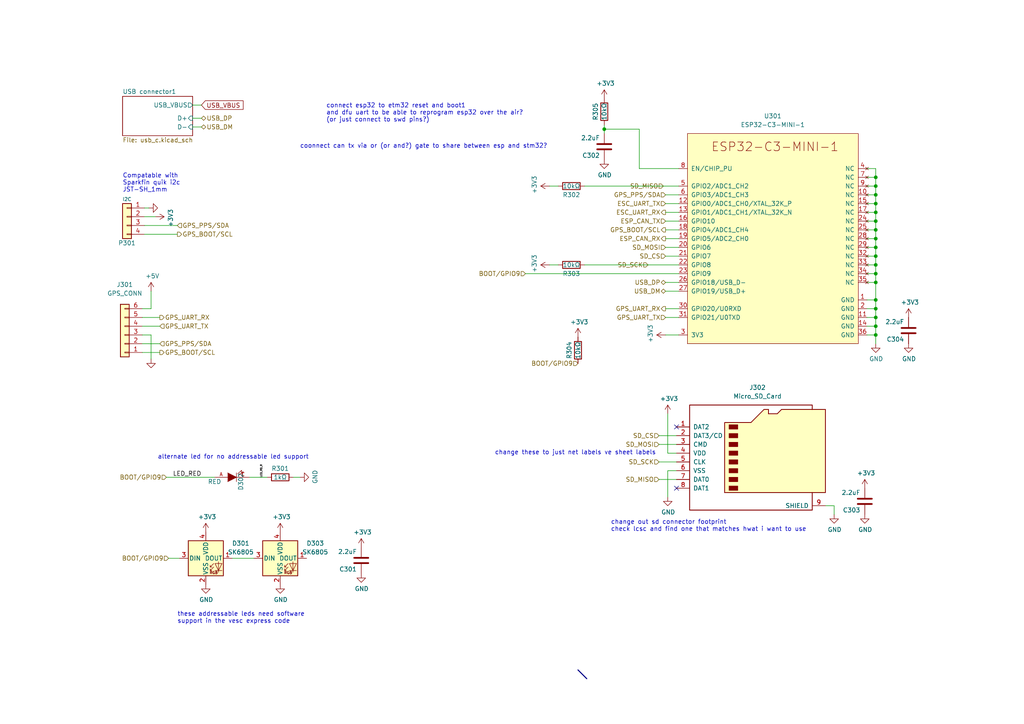
<source format=kicad_sch>
(kicad_sch (version 20230121) (generator eeschema)
  (paper "A4")
  (title_block (title "Moxie-Drive 24, vesc compatable motor controller") (date "2020-07-01") (rev "1.0") (company "Marshall Scholz"))
  (lib_symbols
    (symbol "24_control_board-rescue:+3.3V-power-MoxiE_Control_board-rescue" (power) (pin_names (offset 0))
      (property "Value" "+3.3V-power-MoxiE_Control_board-rescue" (at 0 3.556 0))
      (symbol "+3.3V-power-MoxiE_Control_board-rescue_0_1"
        (polyline (pts (xy -0.762 1.27) (xy 0 2.54)))
        (polyline (pts (xy 0 0) (xy 0 2.54)))
        (polyline (pts (xy 0 2.54) (xy 0.762 1.27)))
      )
      (symbol "+3.3V-power-MoxiE_Control_board-rescue_1_1"
        (pin power_in line (at 0 0 90) (length 0) hide (name "+3V3") (number "1"))
      )
    )
    (symbol "24_control_board-rescue:Conn_01x04-Connector_Generic-MoxiE_Control_board-rescue" (pin_names hide)
      (property "Reference" "J" (at 0 5.08 0))
      (property "Value" "Conn_01x04-Connector_Generic-MoxiE_Control_board-rescue" (at 0 -7.62 0))
      (symbol "Conn_01x04-Connector_Generic-MoxiE_Control_board-rescue_1_1"
        (rectangle (start -1.27 -4.953) (end 0 -5.207) (stroke (width 0.1524)))
        (rectangle (start -1.27 -2.413) (end 0 -2.667) (stroke (width 0.1524)))
        (rectangle (start -1.27 0.127) (end 0 -0.127) (stroke (width 0.1524)))
        (rectangle (start -1.27 2.667) (end 0 2.413) (stroke (width 0.1524)))
        (rectangle (start -1.27 3.81) (end 1.27 -6.35) (stroke (width 0.254)) (fill (type background)))
        (pin passive line (at -5.08 2.54 0) (length 3.81) (name "Pin_1") (number "1"))
        (pin passive line (at -5.08 0 0) (length 3.81) (name "Pin_2") (number "2"))
        (pin passive line (at -5.08 -2.54 0) (length 3.81) (name "Pin_3") (number "3"))
        (pin passive line (at -5.08 -5.08 0) (length 3.81) (name "Pin_4") (number "4"))
      )
    )
    (symbol "24_control_board-rescue:GND-power-MoxiE_Control_board-rescue" (power) (pin_names (offset 0))
      (property "Value" "GND-power-MoxiE_Control_board-rescue" (at 0 -3.81 0))
      (symbol "GND-power-MoxiE_Control_board-rescue_0_1"
        (polyline (pts (xy 0 0) (xy 0 -1.27) (xy 1.27 -1.27) (xy 0 -2.54) (xy -1.27 -1.27) (xy 0 -1.27)))
      )
      (symbol "GND-power-MoxiE_Control_board-rescue_1_1"
        (pin power_in line (at 0 0 270) (length 0) hide (name "GND") (number "1"))
      )
    )
    (symbol "24_control_board-rescue:R-Device-MoxiE_Control_board-rescue" (pin_numbers hide) (pin_names (offset 0))
      (property "Reference" "R" (at 2.032 0 90))
      (property "Value" "R-Device-MoxiE_Control_board-rescue" (at 0 0 90))
      (symbol "R-Device-MoxiE_Control_board-rescue_0_1"
        (rectangle (start -1.016 -2.54) (end 1.016 2.54) (stroke (width 0.254)))
      )
      (symbol "R-Device-MoxiE_Control_board-rescue_1_1"
        (pin passive line (at 0 3.81 270) (length 1.27) (name "~") (number "1"))
        (pin passive line (at 0 -3.81 90) (length 1.27) (name "~") (number "2"))
      )
    )
    (symbol "24_control_board-rescue:pkl_LED-pkl_device" (pin_names hide)
      (property "Reference" "D" (at 0 2.54 0))
      (property "Value" "pkl_LED-pkl_device" (at 0 -2.54 0))
      (symbol "pkl_LED-pkl_device_0_1"
        (polyline (pts (xy 1.27 1.27) (xy 1.27 -1.27)))
        (polyline (pts (xy -1.27 1.27) (xy 1.27 0) (xy -1.27 -1.27)) (fill (type outline)))
        (polyline (pts (xy 1.651 -1.016) (xy 2.794 -2.032) (xy 2.667 -1.397)))
        (polyline (pts (xy 2.032 -0.635) (xy 3.175 -1.651) (xy 3.048 -1.016)))
      )
      (symbol "pkl_LED-pkl_device_1_1"
        (pin passive line (at -5.08 0 0) (length 3.81) (name "A") (number "A"))
        (pin passive line (at 5.08 0 180) (length 3.81) (name "C") (number "C"))
      )
    )
    (symbol "Connector:Micro_SD_Card" (pin_names (offset 1.016))
      (property "Reference" "J" (at -16.51 15.24 0))
      (property "Value" "Micro_SD_Card" (at 16.51 15.24 0))
      (symbol "Micro_SD_Card_0_1"
        (rectangle (start -7.62 -9.525) (end -5.08 -10.795) (fill (type outline)))
        (rectangle (start -7.62 -6.985) (end -5.08 -8.255) (fill (type outline)))
        (rectangle (start -7.62 -4.445) (end -5.08 -5.715) (fill (type outline)))
        (rectangle (start -7.62 -1.905) (end -5.08 -3.175) (fill (type outline)))
        (rectangle (start -7.62 0.635) (end -5.08 -0.635) (fill (type outline)))
        (rectangle (start -7.62 3.175) (end -5.08 1.905) (fill (type outline)))
        (rectangle (start -7.62 5.715) (end -5.08 4.445) (fill (type outline)))
        (rectangle (start -7.62 8.255) (end -5.08 6.985) (fill (type outline)))
        (polyline (pts (xy 16.51 12.7) (xy 16.51 13.97) (xy -19.05 13.97) (xy -19.05 -16.51) (xy 16.51 -16.51) (xy 16.51 -11.43)) (stroke (width 0.254)))
        (polyline (pts (xy -8.89 -11.43) (xy -8.89 8.89) (xy -1.27 8.89) (xy 2.54 12.7) (xy 3.81 12.7) (xy 3.81 11.43) (xy 6.35 11.43) (xy 7.62 12.7) (xy 20.32 12.7) (xy 20.32 -11.43) (xy -8.89 -11.43)) (stroke (width 0.254)) (fill (type background)))
      )
      (symbol "Micro_SD_Card_1_1"
        (pin bidirectional line (at -22.86 7.62 0) (length 3.81) (name "DAT2") (number "1"))
        (pin bidirectional line (at -22.86 5.08 0) (length 3.81) (name "DAT3/CD") (number "2"))
        (pin input line (at -22.86 2.54 0) (length 3.81) (name "CMD") (number "3"))
        (pin power_in line (at -22.86 0 0) (length 3.81) (name "VDD") (number "4"))
        (pin input line (at -22.86 -2.54 0) (length 3.81) (name "CLK") (number "5"))
        (pin power_in line (at -22.86 -5.08 0) (length 3.81) (name "VSS") (number "6"))
        (pin bidirectional line (at -22.86 -7.62 0) (length 3.81) (name "DAT0") (number "7"))
        (pin bidirectional line (at -22.86 -10.16 0) (length 3.81) (name "DAT1") (number "8"))
        (pin passive line (at 20.32 -15.24 180) (length 3.81) (name "SHIELD") (number "9"))
      )
    )
    (symbol "Connector_Generic:Conn_01x06" (pin_names (offset 1.016) hide)
      (property "Reference" "J" (at 0 7.62 0))
      (property "Value" "Conn_01x06" (at 0 -10.16 0))
      (symbol "Conn_01x06_1_1"
        (rectangle (start -1.27 -7.493) (end 0 -7.747) (stroke (width 0.1524)))
        (rectangle (start -1.27 -4.953) (end 0 -5.207) (stroke (width 0.1524)))
        (rectangle (start -1.27 -2.413) (end 0 -2.667) (stroke (width 0.1524)))
        (rectangle (start -1.27 0.127) (end 0 -0.127) (stroke (width 0.1524)))
        (rectangle (start -1.27 2.667) (end 0 2.413) (stroke (width 0.1524)))
        (rectangle (start -1.27 5.207) (end 0 4.953) (stroke (width 0.1524)))
        (rectangle (start -1.27 6.35) (end 1.27 -8.89) (stroke (width 0.254)) (fill (type background)))
        (pin passive line (at -5.08 5.08 0) (length 3.81) (name "Pin_1") (number "1"))
        (pin passive line (at -5.08 2.54 0) (length 3.81) (name "Pin_2") (number "2"))
        (pin passive line (at -5.08 0 0) (length 3.81) (name "Pin_3") (number "3"))
        (pin passive line (at -5.08 -2.54 0) (length 3.81) (name "Pin_4") (number "4"))
        (pin passive line (at -5.08 -5.08 0) (length 3.81) (name "Pin_5") (number "5"))
        (pin passive line (at -5.08 -7.62 0) (length 3.81) (name "Pin_6") (number "6"))
      )
    )
    (symbol "Device:C" (pin_numbers hide) (pin_names (offset 0.254))
      (property "Reference" "C" (at 0.635 2.54 0))
      (property "Value" "C" (at 0.635 -2.54 0))
      (symbol "C_0_1"
        (polyline (pts (xy -2.032 -0.762) (xy 2.032 -0.762)) (stroke (width 0.508)))
        (polyline (pts (xy -2.032 0.762) (xy 2.032 0.762)) (stroke (width 0.508)))
      )
      (symbol "C_1_1"
        (pin passive line (at 0 3.81 270) (length 2.794) (name "~") (number "1"))
        (pin passive line (at 0 -3.81 90) (length 2.794) (name "~") (number "2"))
      )
    )
    (symbol "Espressif:ESP32-C3-MINI-1" (pin_names (offset 1.016))
      (property "Reference" "U" (at 0 33.02 0))
      (property "Value" "ESP32-C3-MINI-1" (at 0 -30.48 0))
      (symbol "ESP32-C3-MINI-1_0_0"
        (text "ESP32-C3-MINI-1" (at 1.27 27.94 0) (effects (font (size 2.54 2.54))))
      )
      (symbol "ESP32-C3-MINI-1_0_1"
        (rectangle (start -24.13 31.75) (end 25.4 -29.21) (fill (type background)))
      )
      (symbol "ESP32-C3-MINI-1_1_1"
        (pin power_in line (at 27.94 -16.51 180) (length 2.54) (name "GND") (number "1"))
        (pin no_connect line (at 27.94 13.97 180) (length 2.54) (name "NC") (number "10"))
        (pin power_in line (at 27.94 -21.59 180) (length 2.54) (name "GND") (number "11"))
        (pin bidirectional line (at -26.67 11.43 0) (length 2.54) (name "GPIO0/ADC1_CH0/XTAL_32K_P") (number "12"))
        (pin bidirectional line (at -26.67 8.89 0) (length 2.54) (name "GPIO1/ADC1_CH1/XTAL_32K_N") (number "13"))
        (pin power_in line (at 27.94 -24.13 180) (length 2.54) (name "GND") (number "14"))
        (pin no_connect line (at 27.94 11.43 180) (length 2.54) (name "NC") (number "15"))
        (pin bidirectional line (at -26.67 6.35 0) (length 2.54) (name "GPIO10") (number "16"))
        (pin no_connect line (at 27.94 8.89 180) (length 2.54) (name "NC") (number "17"))
        (pin bidirectional line (at -26.67 3.81 0) (length 2.54) (name "GPIO4/ADC1_CH4") (number "18"))
        (pin bidirectional line (at -26.67 1.27 0) (length 2.54) (name "GPIO5/ADC2_CH0") (number "19"))
        (pin power_in line (at 27.94 -19.05 180) (length 2.54) (name "GND") (number "2"))
        (pin bidirectional line (at -26.67 -1.27 0) (length 2.54) (name "GPIO6") (number "20"))
        (pin bidirectional line (at -26.67 -3.81 0) (length 2.54) (name "GPIO7") (number "21"))
        (pin bidirectional line (at -26.67 -6.35 0) (length 2.54) (name "GPIO8") (number "22"))
        (pin bidirectional line (at -26.67 -8.89 0) (length 2.54) (name "GPIO9") (number "23"))
        (pin no_connect line (at 27.94 6.35 180) (length 2.54) (name "NC") (number "24"))
        (pin no_connect line (at 27.94 3.81 180) (length 2.54) (name "NC") (number "25"))
        (pin bidirectional line (at -26.67 -11.43 0) (length 2.54) (name "GPIO18/USB_D-") (number "26"))
        (pin bidirectional line (at -26.67 -13.97 0) (length 2.54) (name "GPIO19/USB_D+") (number "27"))
        (pin no_connect line (at 27.94 1.27 180) (length 2.54) (name "NC") (number "28"))
        (pin no_connect line (at 27.94 -1.27 180) (length 2.54) (name "NC") (number "29"))
        (pin power_in line (at -26.67 -26.67 0) (length 2.54) (name "3V3") (number "3"))
        (pin bidirectional line (at -26.67 -19.05 0) (length 2.54) (name "GPIO20/U0RXD") (number "30"))
        (pin bidirectional line (at -26.67 -21.59 0) (length 2.54) (name "GPIO21/U0TXD") (number "31"))
        (pin no_connect line (at 27.94 -3.81 180) (length 2.54) (name "NC") (number "32"))
        (pin no_connect line (at 27.94 -6.35 180) (length 2.54) (name "NC") (number "33"))
        (pin no_connect line (at 27.94 -8.89 180) (length 2.54) (name "NC") (number "34"))
        (pin no_connect line (at 27.94 -11.43 180) (length 2.54) (name "NC") (number "35"))
        (pin power_in line (at 27.94 -26.67 180) (length 2.54) (name "GND") (number "36"))
        (pin no_connect line (at 27.94 21.59 180) (length 2.54) (name "NC") (number "4"))
        (pin bidirectional line (at -26.67 16.51 0) (length 2.54) (name "GPIO2/ADC1_CH2") (number "5"))
        (pin bidirectional line (at -26.67 13.97 0) (length 2.54) (name "GPIO3/ADC1_CH3") (number "6"))
        (pin no_connect line (at 27.94 19.05 180) (length 2.54) (name "NC") (number "7"))
        (pin input line (at -26.67 21.59 0) (length 2.54) (name "EN/CHIP_PU") (number "8"))
        (pin no_connect line (at 27.94 16.51 180) (length 2.54) (name "NC") (number "9"))
      )
    )
    (symbol "LED:SK6805" (pin_names (offset 0.254))
      (property "Reference" "D" (at 5.08 5.715 0))
      (property "Value" "SK6805" (at 1.27 -5.715 0))
      (symbol "SK6805_0_0"
        (text "RGB" (at 2.286 -4.191 0) (effects (font (size 0.762 0.762))))
      )
      (symbol "SK6805_0_1"
        (polyline (pts (xy 1.27 -3.556) (xy 1.778 -3.556)))
        (polyline (pts (xy 1.27 -2.54) (xy 1.778 -2.54)))
        (polyline (pts (xy 4.699 -3.556) (xy 2.667 -3.556)))
        (polyline (pts (xy 2.286 -2.54) (xy 1.27 -3.556) (xy 1.27 -3.048)))
        (polyline (pts (xy 2.286 -1.524) (xy 1.27 -2.54) (xy 1.27 -2.032)))
        (polyline (pts (xy 3.683 -1.016) (xy 3.683 -3.556) (xy 3.683 -4.064)))
        (polyline (pts (xy 4.699 -1.524) (xy 2.667 -1.524) (xy 3.683 -3.556) (xy 4.699 -1.524)))
        (rectangle (start 5.08 5.08) (end -5.08 -5.08) (stroke (width 0.254)) (fill (type background)))
      )
      (symbol "SK6805_1_1"
        (pin output line (at 7.62 0 180) (length 2.54) (name "DOUT") (number "1"))
        (pin power_in line (at 0 -7.62 90) (length 2.54) (name "VSS") (number "2"))
        (pin input line (at -7.62 0 0) (length 2.54) (name "DIN") (number "3"))
        (pin power_in line (at 0 7.62 270) (length 2.54) (name "VDD") (number "4"))
      )
    )
    (symbol "power:+5V" (power) (pin_names (offset 0))
      (property "Value" "+5V" (at 0 3.556 0))
      (symbol "+5V_0_1"
        (polyline (pts (xy -0.762 1.27) (xy 0 2.54)))
        (polyline (pts (xy 0 0) (xy 0 2.54)))
        (polyline (pts (xy 0 2.54) (xy 0.762 1.27)))
      )
      (symbol "+5V_1_1"
        (pin power_in line (at 0 0 90) (length 0) hide (name "+5V") (number "1"))
      )
    )
  )
  (junction (at 254 66.675))
  (junction (at 254 69.215))
  (junction (at 254 51.435))
  (junction (at 254 92.075))
  (junction (at 254 97.155))
  (junction (at 254 59.055))
  (junction (at 254 74.295))
  (junction (at 254 94.615))
  (junction (at 254 81.915))
  (junction (at 254 71.755))
  (junction (at 254 79.375))
  (junction (at 254 64.135))
  (junction (at 254 89.535))
  (junction (at 254 56.515))
  (junction (at 254 76.835))
  (junction (at 254 53.975))
  (junction (at 175.26 37.465))
  (junction (at 254 86.995))
  (junction (at 254 61.595))
  (no_connect (at 196.215 141.605))
  (no_connect (at 196.215 123.825))
  (wire (pts (xy 254 53.975) (xy 254 51.435)))
  (wire (pts (xy 251.46 69.215) (xy 254 69.215)))
  (wire (pts (xy 251.46 48.895) (xy 254 48.895)))
  (wire (pts (xy 43.815 97.155) (xy 43.815 104.14)))
  (wire (pts (xy 254 92.075) (xy 254 89.535)))
  (wire (pts (xy 169.545 76.835) (xy 196.85 76.835)))
  (wire (pts (xy 254 51.435) (xy 254 48.895)))
  (wire (pts (xy 254 94.615) (xy 254 92.075)))
  (wire (pts (xy 193.675 131.445) (xy 193.675 120.015)))
  (wire (pts (xy 251.46 64.135) (xy 254 64.135)))
  (wire (pts (xy 193.04 74.295) (xy 196.85 74.295)))
  (wire (pts (xy 254 59.055) (xy 251.46 59.055)))
  (wire (pts (xy 251.46 76.835) (xy 254 76.835)))
  (wire (pts (xy 193.04 69.215) (xy 196.85 69.215)))
  (wire (pts (xy 41.275 89.535) (xy 43.815 89.535)))
  (wire (pts (xy 251.46 74.295) (xy 254 74.295)))
  (wire (pts (xy 251.46 51.435) (xy 254 51.435)))
  (wire (pts (xy 193.04 84.455) (xy 196.85 84.455)))
  (wire (pts (xy 86.995 138.43) (xy 85.09 138.43)))
  (wire (pts (xy 193.04 64.135) (xy 196.85 64.135)))
  (wire (pts (xy 254 76.835) (xy 254 74.295)))
  (wire (pts (xy 254 81.915) (xy 254 86.995)))
  (wire (pts (xy 254 89.535) (xy 254 86.995)))
  (wire (pts (xy 241.935 149.225) (xy 241.935 146.685)))
  (wire (pts (xy 196.85 89.535) (xy 193.04 89.535)))
  (wire (pts (xy 254 97.155) (xy 254 94.615)))
  (wire (pts (xy 41.91 67.945) (xy 51.435 67.945)))
  (wire (pts (xy 254 71.755) (xy 251.46 71.755)))
  (wire (pts (xy 191.135 126.365) (xy 196.215 126.365)))
  (wire (pts (xy 251.46 53.975) (xy 254 53.975)))
  (wire (pts (xy 41.275 99.695) (xy 46.355 99.695)))
  (wire (pts (xy 254 61.595) (xy 254 59.055)))
  (wire (pts (xy 251.46 81.915) (xy 254 81.915)))
  (wire (pts (xy 251.46 92.075) (xy 254 92.075)))
  (wire (pts (xy 254 74.295) (xy 254 71.755)))
  (wire (pts (xy 175.26 37.465) (xy 175.26 36.195)))
  (wire (pts (xy 251.46 94.615) (xy 254 94.615)))
  (wire (pts (xy 191.135 128.905) (xy 196.215 128.905)))
  (wire (pts (xy 191.135 139.065) (xy 196.215 139.065)))
  (wire (pts (xy 41.275 97.155) (xy 43.815 97.155)))
  (wire (pts (xy 41.91 65.405) (xy 51.435 65.405)))
  (wire (pts (xy 196.85 61.595) (xy 193.04 61.595)))
  (wire (pts (xy 175.26 37.465) (xy 175.26 38.735)))
  (wire (pts (xy 41.275 102.235) (xy 46.355 102.235)))
  (wire (pts (xy 251.46 56.515) (xy 254 56.515)))
  (wire (pts (xy 251.46 97.155) (xy 254 97.155)))
  (bus (pts (xy 167.64 194.31) (xy 170.18 196.85)))
  (wire (pts (xy 196.85 59.055) (xy 193.04 59.055)))
  (wire (pts (xy 72.39 138.43) (xy 77.47 138.43)))
  (wire (pts (xy 254 79.375) (xy 254 76.835)))
  (wire (pts (xy 48.895 161.925) (xy 52.07 161.925)))
  (wire (pts (xy 41.275 92.075) (xy 46.355 92.075)))
  (wire (pts (xy 193.04 92.075) (xy 196.85 92.075)))
  (wire (pts (xy 62.23 138.43) (xy 48.26 138.43)))
  (wire (pts (xy 196.85 66.675) (xy 193.04 66.675)))
  (wire (pts (xy 193.675 136.525) (xy 193.675 144.145)))
  (wire (pts (xy 251.46 89.535) (xy 254 89.535)))
  (wire (pts (xy 254 86.995) (xy 251.46 86.995)))
  (wire (pts (xy 159.385 76.835) (xy 161.925 76.835)))
  (wire (pts (xy 159.385 53.975) (xy 161.925 53.975)))
  (wire (pts (xy 254 64.135) (xy 254 61.595)))
  (wire (pts (xy 254 71.755) (xy 254 69.215)))
  (wire (pts (xy 251.46 61.595) (xy 254 61.595)))
  (wire (pts (xy 185.42 48.895) (xy 185.42 37.465)))
  (wire (pts (xy 193.04 71.755) (xy 196.85 71.755)))
  (wire (pts (xy 193.04 97.155) (xy 196.85 97.155)))
  (wire (pts (xy 55.88 30.48) (xy 58.42 30.48)))
  (wire (pts (xy 254 99.695) (xy 254 97.155)))
  (wire (pts (xy 193.04 81.915) (xy 196.85 81.915)))
  (wire (pts (xy 43.815 84.455) (xy 43.815 89.535)))
  (wire (pts (xy 43.18 60.325) (xy 41.91 60.325)))
  (wire (pts (xy 251.46 66.675) (xy 254 66.675)))
  (wire (pts (xy 254 69.215) (xy 254 66.675)))
  (wire (pts (xy 191.135 133.985) (xy 196.215 133.985)))
  (wire (pts (xy 196.85 48.895) (xy 185.42 48.895)))
  (wire (pts (xy 185.42 37.465) (xy 175.26 37.465)))
  (wire (pts (xy 196.215 136.525) (xy 193.675 136.525)))
  (wire (pts (xy 41.275 94.615) (xy 46.355 94.615)))
  (wire (pts (xy 55.88 36.83) (xy 58.42 36.83)))
  (wire (pts (xy 45.085 62.865) (xy 41.91 62.865)))
  (wire (pts (xy 254 81.915) (xy 254 79.375)))
  (wire (pts (xy 254 56.515) (xy 254 53.975)))
  (wire (pts (xy 169.545 53.975) (xy 196.85 53.975)))
  (wire (pts (xy 254 66.675) (xy 254 64.135)))
  (wire (pts (xy 251.46 79.375) (xy 254 79.375)))
  (wire (pts (xy 196.85 56.515) (xy 193.04 56.515)))
  (wire (pts (xy 67.31 161.925) (xy 73.66 161.925)))
  (wire (pts (xy 152.4 79.375) (xy 196.85 79.375)))
  (wire (pts (xy 254 59.055) (xy 254 56.515)))
  (wire (pts (xy 193.675 131.445) (xy 196.215 131.445)))
  (wire (pts (xy 55.88 34.29) (xy 58.42 34.29)))
  (wire (pts (xy 241.935 146.685) (xy 239.395 146.685)))
  (text "Compatable with \nSparkfin quik i2c\nJST-SH_1mm" (at 35.56 55.88 0) (effects (font (size 1.27 1.27)) (justify left bottom)))
  (text "change out sd connector footprint\ncheck lcsc and find one that matches hwat i want to use" (at 177.165 154.305 0) (effects (font (size 1.27 1.27)) (justify left bottom)))
  (text "change these to just net labels ve sheet labels" (at 143.51 132.08 0) (effects (font (size 1.27 1.27)) (justify left bottom)))
  (text "coonnect can tx via or (or and?) gate to share between esp and stm32?" (at 86.995 43.18 0) (effects (font (size 1.27 1.27)) (justify left bottom)))
  (text "alternate led for no addressable led support" (at 45.72 133.35 0) (effects (font (size 1.27 1.27)) (justify left bottom)))
  (text "these addressable leds need software \nsupport in the vesc express code" (at 51.435 180.975 0) (effects (font (size 1.27 1.27)) (justify left bottom)))
  (text "connect esp32 to etm32 reset and boot1\nand dfu uart to be able to reprogram esp32 over the air?\n(or just connect to swd pins?)" (at 94.615 35.56 0) (effects (font (size 1.27 1.27)) (justify left bottom)))
  (label "LED_RD_R" (at 76.2 138.43 90) (effects (font (size 0.508 0.508))))
  (label "LED_RED" (at 58.42 138.43 180))
  (global_label "USB_VBUS" (shape input) (at 58.42 30.48 0) (property "Intersheetrefs" "${INTERSHEET_REFS}" (effects hide)))
  (hierarchical_label "SD_MOSI" (shape input) (at 193.04 71.755 180))
  (hierarchical_label "USB_DM" (shape bidirectional) (at 193.04 84.455 180))
  (hierarchical_label "GPS_PPS{slash}SDA" (shape input) (at 193.04 56.515 180))
  (hierarchical_label "BOOT{slash}GPIO9" (shape input) (at 48.26 138.43 180))
  (hierarchical_label "GPS_BOOT{slash}SCL" (shape output) (at 46.355 102.235 0))
  (hierarchical_label "SD_SCK" (shape input) (at 187.96 76.835 180))
  (hierarchical_label "SD_MISO" (shape input) (at 192.405 53.975 180))
  (hierarchical_label "SD_CS" (shape input) (at 193.04 74.295 180))
  (hierarchical_label "SD_SCK" (shape input) (at 191.135 133.985 180))
  (hierarchical_label "ESC_UART_TX" (shape input) (at 193.04 59.055 180))
  (hierarchical_label "ESP_CAN_RX" (shape output) (at 193.04 69.215 180))
  (hierarchical_label "BOOT{slash}GPIO9" (shape input) (at 152.4 79.375 180))
  (hierarchical_label "GPS_PPS{slash}SDA" (shape input) (at 51.435 65.405 0))
  (hierarchical_label "ESP_CAN_TX" (shape input) (at 193.04 64.135 180))
  (hierarchical_label "SD_MOSI" (shape input) (at 191.135 128.905 180))
  (hierarchical_label "USB_DM" (shape bidirectional) (at 58.42 36.83 0))
  (hierarchical_label "GPS_BOOT{slash}SCL" (shape output) (at 193.04 66.675 180))
  (hierarchical_label "USB_DP" (shape bidirectional) (at 58.42 34.29 0))
  (hierarchical_label "GPS_UART_RX" (shape output) (at 193.04 89.535 180))
  (hierarchical_label "GPS_PPS{slash}SDA" (shape input) (at 46.355 99.695 0))
  (hierarchical_label "ESC_UART_RX" (shape output) (at 193.04 61.595 180))
  (hierarchical_label "BOOT{slash}GPIO9" (shape input) (at 167.64 105.41 180))
  (hierarchical_label "GPS_UART_TX" (shape input) (at 193.04 92.075 180))
  (hierarchical_label "GPS_UART_TX" (shape input) (at 46.355 94.615 0))
  (hierarchical_label "GPS_BOOT{slash}SCL" (shape output) (at 51.435 67.945 0))
  (hierarchical_label "SD_MISO" (shape input) (at 191.135 139.065 180))
  (hierarchical_label "BOOT{slash}GPIO9" (shape input) (at 48.895 161.925 180))
  (hierarchical_label "SD_CS" (shape input) (at 191.135 126.365 180))
  (hierarchical_label "USB_DP" (shape bidirectional) (at 193.04 81.915 180))
  (hierarchical_label "GPS_UART_RX" (shape output) (at 46.355 92.075 0))
  (symbol (lib_id "24_control_board-rescue:GND-power-MoxiE_Control_board-rescue") (at 81.28 169.545 0) (unit 1)
    (property "Reference" "#PWR0308" (effects hide))
    (property "Value" "GND" (at 81.407 173.9392 0))
  )
  (symbol (lib_id "Connector_Generic:Conn_01x06") (at 36.195 97.155 180) (unit 1)
    (property "Reference" "J301" (at 36.195 82.55 0))
    (property "Value" "GPS_CONN" (at 36.195 85.09 0))
    (property "Footprint" "Connector_JST:JST_GH_BM06B-GHS-TBT_1x06-1MP_P1.25mm_Vertical" (effects hide))
  )
  (symbol (lib_id "24_control_board-rescue:+3.3V-power-MoxiE_Control_board-rescue") (at 167.64 97.79 0) (unit 1)
    (property "Reference" "#PWR0314" (effects hide))
    (property "Value" "+3.3V" (at 168.021 93.3958 0))
  )
  (symbol (lib_id "Device:C") (at 263.525 95.885 180) (unit 1)
    (property "Reference" "C304" (at 262.255 98.425 0) (effects (justify left)))
    (property "Value" "2.2uF" (at 262.255 93.345 0) (effects (justify left)))
    (property "Footprint" "pkl_dipol:C_0402" (effects hide))
  )
  (symbol (lib_id "24_control_board-rescue:GND-power-MoxiE_Control_board-rescue") (at 175.26 46.355 0) (unit 1)
    (property "Reference" "#PWR0316" (effects hide))
    (property "Value" "GND" (at 175.387 50.7492 0))
  )
  (symbol (lib_id "24_control_board-rescue:GND-power-MoxiE_Control_board-rescue") (at 193.675 144.145 0) (unit 1)
    (property "Reference" "#PWR0319" (effects hide))
    (property "Value" "GND" (at 193.802 148.5392 0))
  )
  (symbol (lib_id "24_control_board-rescue:+3.3V-power-MoxiE_Control_board-rescue") (at 45.085 62.865 270) (unit 1)
    (property "Reference" "#PWR0304" (effects hide))
    (property "Value" "+3.3V" (at 49.4792 63.246 0))
  )
  (symbol (lib_id "24_control_board-rescue:GND-power-MoxiE_Control_board-rescue") (at 43.18 60.325 90) (unit 1)
    (property "Reference" "#PWR0301" (effects hide))
    (property "Value" "GND" (effects hide))
  )
  (symbol (lib_id "24_control_board-rescue:+3.3V-power-MoxiE_Control_board-rescue") (at 193.04 97.155 90) (unit 1)
    (property "Reference" "#PWR0317" (effects hide))
    (property "Value" "+3.3V" (at 188.6458 96.774 0))
  )
  (symbol (lib_id "24_control_board-rescue:+3.3V-power-MoxiE_Control_board-rescue") (at 104.775 158.75 0) (unit 1)
    (property "Reference" "#PWR0310" (effects hide))
    (property "Value" "+3.3V" (at 105.156 154.3558 0))
  )
  (symbol (lib_id "24_control_board-rescue:+3.3V-power-MoxiE_Control_board-rescue") (at 81.28 154.305 0) (unit 1)
    (property "Reference" "#PWR0307" (effects hide))
    (property "Value" "+3.3V" (at 81.661 149.9108 0))
  )
  (symbol (lib_id "24_control_board-rescue:R-Device-MoxiE_Control_board-rescue") (at 167.64 101.6 0) (unit 1)
    (property "Reference" "R304" (at 165.1 101.6 90))
    (property "Value" "10kΩ" (at 167.64 101.6 90))
    (property "Footprint" "pkl_dipol:R_0402" (effects hide))
  )
  (symbol (lib_id "LED:SK6805") (at 59.69 161.925 0) (unit 1)
    (property "Reference" "D301" (at 69.85 157.5943 0))
    (property "Value" "SK6805" (at 69.85 160.1343 0))
    (property "Footprint" "LED_SMD:LED_SK6812_EC15_1.5x1.5mm" (effects hide))
    (property "Datasheet" "https://cdn-shop.adafruit.com/product-files/3484/3484_Datasheet.pdf" (effects hide))
  )
  (symbol (lib_id "24_control_board-rescue:pkl_LED-pkl_device") (at 67.31 138.43 0) (mirror x) (unit 1)
    (property "Reference" "D302" (at 69.85 139.7 90))
    (property "Value" "RED" (at 62.23 139.7 0))
    (property "Footprint" "pkl_dipol:D_0603" (effects hide))
  )
  (symbol (lib_id "24_control_board-rescue:Conn_01x04-Connector_Generic-MoxiE_Control_board-rescue") (at 36.83 62.865 0) (mirror y) (unit 1)
    (property "Reference" "P301" (at 36.83 70.485 0))
    (property "Value" "I2C" (at 36.83 57.785 0) (effects (font (size 1.016 1.016))))
    (property "Footprint" "Connector_JST:JST_SH_BM04B-SRSS-TB_1x04-1MP_P1.00mm_Vertical" (effects hide))
  )
  (symbol (lib_id "24_control_board-rescue:+3.3V-power-MoxiE_Control_board-rescue") (at 159.385 53.975 90) (unit 1)
    (property "Reference" "#PWR0312" (effects hide))
    (property "Value" "+3.3V" (at 154.9908 53.594 0))
  )
  (symbol (lib_id "24_control_board-rescue:GND-power-MoxiE_Control_board-rescue") (at 43.815 104.14 0) (unit 1)
    (property "Reference" "#PWR0303" (effects hide))
    (property "Value" "GND" (effects hide))
  )
  (symbol (lib_id "power:+5V") (at 43.815 84.455 0) (unit 1)
    (property "Reference" "#PWR0302" (effects hide))
    (property "Value" "+5V" (at 44.196 80.0608 0))
  )
  (symbol (lib_id "24_control_board-rescue:+3.3V-power-MoxiE_Control_board-rescue") (at 250.825 141.605 0) (unit 1)
    (property "Reference" "#PWR0321" (effects hide))
    (property "Value" "+3.3V" (at 251.206 137.2108 0))
  )
  (symbol (lib_id "24_control_board-rescue:GND-power-MoxiE_Control_board-rescue") (at 241.935 149.225 0) (unit 1)
    (property "Reference" "#PWR0320" (effects hide))
    (property "Value" "GND" (at 242.062 153.6192 0))
  )
  (symbol (lib_id "24_control_board-rescue:GND-power-MoxiE_Control_board-rescue") (at 104.775 166.37 0) (unit 1)
    (property "Reference" "#PWR0311" (effects hide))
    (property "Value" "GND" (at 104.902 170.7642 0))
  )
  (symbol (lib_id "24_control_board-rescue:R-Device-MoxiE_Control_board-rescue") (at 175.26 32.385 0) (unit 1)
    (property "Reference" "R305" (at 172.72 32.385 90))
    (property "Value" "10kΩ" (at 175.26 32.385 90))
    (property "Footprint" "pkl_dipol:R_0402" (effects hide))
  )
  (symbol (lib_id "24_control_board-rescue:GND-power-MoxiE_Control_board-rescue") (at 59.69 169.545 0) (unit 1)
    (property "Reference" "#PWR0306" (effects hide))
    (property "Value" "GND" (at 59.817 173.9392 0))
  )
  (symbol (lib_id "24_control_board-rescue:+3.3V-power-MoxiE_Control_board-rescue") (at 193.675 120.015 0) (unit 1)
    (property "Reference" "#PWR0318" (effects hide))
    (property "Value" "+3.3V" (at 194.056 115.6208 0))
  )
  (symbol (lib_id "24_control_board-rescue:+3.3V-power-MoxiE_Control_board-rescue") (at 59.69 154.305 0) (unit 1)
    (property "Reference" "#PWR0305" (effects hide))
    (property "Value" "+3.3V" (at 60.071 149.9108 0))
  )
  (symbol (lib_id "24_control_board-rescue:+3.3V-power-MoxiE_Control_board-rescue") (at 159.385 76.835 90) (unit 1)
    (property "Reference" "#PWR0313" (effects hide))
    (property "Value" "+3.3V" (at 154.9908 76.454 0))
  )
  (symbol (lib_id "24_control_board-rescue:GND-power-MoxiE_Control_board-rescue") (at 254 99.695 0) (unit 1)
    (property "Reference" "#PWR0323" (effects hide))
    (property "Value" "GND" (at 254.127 104.0892 0))
  )
  (symbol (lib_id "24_control_board-rescue:GND-power-MoxiE_Control_board-rescue") (at 263.525 99.695 0) (unit 1)
    (property "Reference" "#PWR0325" (effects hide))
    (property "Value" "GND" (at 263.652 104.0892 0))
  )
  (symbol (lib_id "Device:C") (at 175.26 42.545 180) (unit 1)
    (property "Reference" "C302" (at 173.99 45.085 0) (effects (justify left)))
    (property "Value" "2.2uF" (at 173.99 40.005 0) (effects (justify left)))
    (property "Footprint" "pkl_dipol:C_0402" (effects hide))
  )
  (symbol (lib_id "24_control_board-rescue:R-Device-MoxiE_Control_board-rescue") (at 165.735 76.835 90) (unit 1)
    (property "Reference" "R303" (at 165.735 79.375 90))
    (property "Value" "10kΩ" (at 165.735 76.835 90))
    (property "Footprint" "pkl_dipol:R_0402" (effects hide))
  )
  (symbol (lib_id "Device:C") (at 104.775 162.56 180) (unit 1)
    (property "Reference" "C301" (at 103.505 165.1 0) (effects (justify left)))
    (property "Value" "2.2uF" (at 103.505 160.02 0) (effects (justify left)))
    (property "Footprint" "pkl_dipol:C_0402" (effects hide))
  )
  (symbol (lib_id "24_control_board-rescue:GND-power-MoxiE_Control_board-rescue") (at 86.995 138.43 90) (unit 1)
    (property "Reference" "#PWR0309" (effects hide))
    (property "Value" "GND" (at 91.3892 138.303 0))
  )
  (symbol (lib_id "24_control_board-rescue:GND-power-MoxiE_Control_board-rescue") (at 250.825 149.225 0) (unit 1)
    (property "Reference" "#PWR0322" (effects hide))
    (property "Value" "GND" (at 250.952 153.6192 0))
  )
  (symbol (lib_id "24_control_board-rescue:+3.3V-power-MoxiE_Control_board-rescue") (at 263.525 92.075 0) (unit 1)
    (property "Reference" "#PWR0324" (effects hide))
    (property "Value" "+3.3V" (at 263.906 87.6808 0))
  )
  (symbol (lib_id "24_control_board-rescue:R-Device-MoxiE_Control_board-rescue") (at 165.735 53.975 90) (unit 1)
    (property "Reference" "R302" (at 165.735 56.515 90))
    (property "Value" "10kΩ" (at 165.735 53.975 90))
    (property "Footprint" "pkl_dipol:R_0402" (effects hide))
  )
  (symbol (lib_id "24_control_board-rescue:+3.3V-power-MoxiE_Control_board-rescue") (at 175.26 28.575 0) (unit 1)
    (property "Reference" "#PWR0315" (effects hide))
    (property "Value" "+3.3V" (at 175.641 24.1808 0))
  )
  (symbol (lib_id "LED:SK6805") (at 81.28 161.925 0) (unit 1)
    (property "Reference" "D303" (at 91.44 157.5943 0))
    (property "Value" "SK6805" (at 91.44 160.1343 0))
    (property "Footprint" "LED_SMD:LED_SK6812_EC15_1.5x1.5mm" (effects hide))
    (property "Datasheet" "https://cdn-shop.adafruit.com/product-files/3484/3484_Datasheet.pdf" (effects hide))
  )
  (symbol (lib_id "24_control_board-rescue:R-Device-MoxiE_Control_board-rescue") (at 81.28 138.43 90) (mirror x) (unit 1)
    (property "Reference" "R301" (at 81.28 135.89 90))
    (property "Value" "1kΩ" (at 81.28 138.43 90))
    (property "Footprint" "pkl_dipol:R_0402" (effects hide))
  )
  (symbol (lib_id "Connector:Micro_SD_Card") (at 219.075 131.445 0) (unit 1)
    (property "Reference" "J302" (at 219.71 112.395 0))
    (property "Value" "Micro_SD_Card" (at 219.71 114.935 0))
    (property "Footprint" "Connector_Card:microSD_HC_Molex_104031-0811" (effects hide))
    (property "Datasheet" "http://katalog.we-online.de/em/datasheet/693072010801.pdf" (effects hide))
  )
  (symbol (lib_id "Device:C") (at 250.825 145.415 180) (unit 1)
    (property "Reference" "C303" (at 249.555 147.955 0) (effects (justify left)))
    (property "Value" "2.2uF" (at 249.555 142.875 0) (effects (justify left)))
    (property "Footprint" "pkl_dipol:C_0402" (effects hide))
  )
  (symbol (lib_id "Espressif:ESP32-C3-MINI-1") (at 223.52 70.485 0) (unit 1)
    (property "Reference" "U301" (at 224.155 33.655 0))
    (property "Value" "ESP32-C3-MINI-1" (at 224.155 36.195 0))
    (property "Footprint" "Espressif:ESP32-C3-MINI-1" (effects hide))
    (property "Datasheet" "https://www.espressif.com/sites/default/files/documentation/esp32-c3-mini-1_datasheet_en.pdf" (effects hide))
  )
  (sheet (at 35.56 27.94) (size 20.32 11.43)
    (property "Sheetname" "USB connector1" (at 35.56 27.3045 0) (effects (justify left bottom)))
    (property "Sheetfile" "usb_c.kicad_sch" (at 35.56 39.8785 0) (effects (justify left top)))
    (pin "D+" input (at 55.88 34.29 0))
    (pin "D-" input (at 55.88 36.83 0))
    (pin "USB_VBUS" output (at 55.88 30.48 0))
  )
)
</source>
